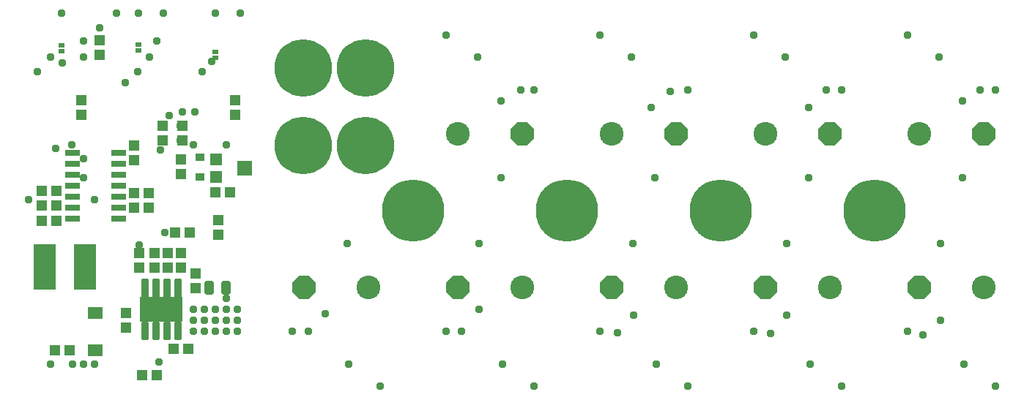
<source format=gbr>
G04 EAGLE Gerber RS-274X export*
G75*
%MOMM*%
%FSLAX34Y34*%
%LPD*%
%INSoldermask Bottom*%
%IPPOS*%
%AMOC8*
5,1,8,0,0,1.08239X$1,22.5*%
G01*
%ADD10R,4.900000X2.950000*%
%ADD11C,0.353406*%
%ADD12C,1.011200*%
%ADD13C,2.743200*%
%ADD14P,2.969212X8X202.500000*%
%ADD15P,2.969212X8X22.500000*%
%ADD16R,1.203200X1.303200*%
%ADD17R,1.303200X1.203200*%
%ADD18R,1.033200X0.833200*%
%ADD19R,1.673200X1.473200*%
%ADD20C,0.643919*%
%ADD21C,7.203200*%
%ADD22R,1.703200X0.803200*%
%ADD23R,2.603200X5.303200*%
%ADD24R,1.403200X1.403200*%
%ADD25R,1.803200X1.703200*%
%ADD26C,6.654800*%
%ADD27R,0.753200X0.503200*%
%ADD28R,0.403200X0.503200*%
%ADD29C,0.959600*%

G36*
X251482Y123663D02*
X251482Y123663D01*
X251484Y123661D01*
X251828Y123688D01*
X251832Y123692D01*
X251836Y123689D01*
X252172Y123770D01*
X252175Y123775D01*
X252179Y123773D01*
X252498Y123905D01*
X252501Y123910D01*
X252505Y123908D01*
X252799Y124088D01*
X252801Y124093D01*
X252805Y124093D01*
X253068Y124317D01*
X253069Y124322D01*
X253074Y124322D01*
X253298Y124585D01*
X253298Y124591D01*
X253302Y124591D01*
X253482Y124885D01*
X253481Y124891D01*
X253486Y124892D01*
X253618Y125211D01*
X253616Y125217D01*
X253620Y125218D01*
X253701Y125554D01*
X253697Y125562D01*
X253702Y125566D01*
X253729Y135710D01*
X253727Y135712D01*
X253729Y135714D01*
X253702Y136058D01*
X253698Y136062D01*
X253701Y136066D01*
X253620Y136402D01*
X253615Y136405D01*
X253618Y136409D01*
X253486Y136728D01*
X253480Y136731D01*
X253482Y136735D01*
X253302Y137029D01*
X253297Y137031D01*
X253298Y137035D01*
X253074Y137298D01*
X253068Y137299D01*
X253068Y137304D01*
X252805Y137528D01*
X252799Y137528D01*
X252799Y137532D01*
X252505Y137712D01*
X252499Y137711D01*
X252498Y137716D01*
X252179Y137848D01*
X252173Y137846D01*
X252172Y137850D01*
X251836Y137931D01*
X251830Y137929D01*
X251828Y137932D01*
X251484Y137959D01*
X251481Y137958D01*
X251480Y137959D01*
X247180Y137959D01*
X247178Y137957D01*
X247176Y137959D01*
X246832Y137932D01*
X246828Y137928D01*
X246824Y137931D01*
X246488Y137850D01*
X246485Y137845D01*
X246481Y137848D01*
X246162Y137716D01*
X246159Y137710D01*
X246155Y137712D01*
X245861Y137532D01*
X245859Y137527D01*
X245855Y137528D01*
X245592Y137304D01*
X245591Y137298D01*
X245587Y137298D01*
X245363Y137035D01*
X245362Y137029D01*
X245358Y137029D01*
X245178Y136735D01*
X245179Y136729D01*
X245175Y136728D01*
X245043Y136409D01*
X245044Y136403D01*
X245040Y136402D01*
X244959Y136066D01*
X244963Y136058D01*
X244958Y136054D01*
X244931Y125910D01*
X244933Y125908D01*
X244931Y125906D01*
X244958Y125562D01*
X244962Y125558D01*
X244959Y125554D01*
X245040Y125218D01*
X245045Y125215D01*
X245043Y125211D01*
X245175Y124892D01*
X245180Y124889D01*
X245178Y124885D01*
X245358Y124591D01*
X245363Y124589D01*
X245363Y124585D01*
X245587Y124322D01*
X245592Y124321D01*
X245592Y124317D01*
X245855Y124093D01*
X245861Y124092D01*
X245861Y124088D01*
X246155Y123908D01*
X246161Y123909D01*
X246162Y123905D01*
X246481Y123773D01*
X246487Y123774D01*
X246488Y123770D01*
X246824Y123689D01*
X246830Y123691D01*
X246832Y123688D01*
X247176Y123661D01*
X247179Y123663D01*
X247180Y123661D01*
X251480Y123661D01*
X251482Y123663D01*
G37*
G36*
X270982Y123663D02*
X270982Y123663D01*
X270984Y123661D01*
X271328Y123688D01*
X271332Y123692D01*
X271336Y123689D01*
X271672Y123770D01*
X271675Y123775D01*
X271679Y123773D01*
X271998Y123905D01*
X272001Y123910D01*
X272005Y123908D01*
X272299Y124088D01*
X272301Y124093D01*
X272305Y124093D01*
X272568Y124317D01*
X272569Y124322D01*
X272574Y124322D01*
X272798Y124585D01*
X272798Y124591D01*
X272802Y124591D01*
X272982Y124885D01*
X272981Y124891D01*
X272986Y124892D01*
X273118Y125211D01*
X273116Y125217D01*
X273120Y125218D01*
X273201Y125554D01*
X273197Y125562D01*
X273202Y125566D01*
X273229Y135710D01*
X273227Y135712D01*
X273229Y135714D01*
X273202Y136058D01*
X273198Y136062D01*
X273201Y136066D01*
X273120Y136402D01*
X273115Y136405D01*
X273118Y136409D01*
X272986Y136728D01*
X272980Y136731D01*
X272982Y136735D01*
X272802Y137029D01*
X272797Y137031D01*
X272798Y137035D01*
X272574Y137298D01*
X272568Y137299D01*
X272568Y137304D01*
X272305Y137528D01*
X272299Y137528D01*
X272299Y137532D01*
X272005Y137712D01*
X271999Y137711D01*
X271998Y137716D01*
X271679Y137848D01*
X271673Y137846D01*
X271672Y137850D01*
X271336Y137931D01*
X271330Y137929D01*
X271328Y137932D01*
X270984Y137959D01*
X270981Y137958D01*
X270980Y137959D01*
X266680Y137959D01*
X266678Y137957D01*
X266676Y137959D01*
X266332Y137932D01*
X266328Y137928D01*
X266324Y137931D01*
X265988Y137850D01*
X265985Y137845D01*
X265981Y137848D01*
X265662Y137716D01*
X265659Y137710D01*
X265655Y137712D01*
X265361Y137532D01*
X265359Y137527D01*
X265355Y137528D01*
X265092Y137304D01*
X265091Y137298D01*
X265087Y137298D01*
X264863Y137035D01*
X264862Y137029D01*
X264858Y137029D01*
X264678Y136735D01*
X264679Y136729D01*
X264675Y136728D01*
X264543Y136409D01*
X264544Y136403D01*
X264540Y136402D01*
X264459Y136066D01*
X264463Y136058D01*
X264458Y136054D01*
X264431Y125910D01*
X264433Y125908D01*
X264431Y125906D01*
X264458Y125562D01*
X264462Y125558D01*
X264459Y125554D01*
X264540Y125218D01*
X264545Y125215D01*
X264543Y125211D01*
X264675Y124892D01*
X264680Y124889D01*
X264678Y124885D01*
X264858Y124591D01*
X264863Y124589D01*
X264863Y124585D01*
X265087Y124322D01*
X265092Y124321D01*
X265092Y124317D01*
X265355Y124093D01*
X265361Y124092D01*
X265361Y124088D01*
X265655Y123908D01*
X265661Y123909D01*
X265662Y123905D01*
X265981Y123773D01*
X265987Y123774D01*
X265988Y123770D01*
X266324Y123689D01*
X266330Y123691D01*
X266332Y123688D01*
X266676Y123661D01*
X266679Y123663D01*
X266680Y123661D01*
X270980Y123661D01*
X270982Y123663D01*
G37*
D10*
X194310Y105410D03*
D11*
X173011Y121061D02*
X173011Y139259D01*
X177509Y139259D01*
X177509Y121061D01*
X173011Y121061D01*
X173011Y124418D02*
X177509Y124418D01*
X177509Y127775D02*
X173011Y127775D01*
X173011Y131132D02*
X177509Y131132D01*
X177509Y134489D02*
X173011Y134489D01*
X173011Y137846D02*
X177509Y137846D01*
X185711Y139259D02*
X185711Y121061D01*
X185711Y139259D02*
X190209Y139259D01*
X190209Y121061D01*
X185711Y121061D01*
X185711Y124418D02*
X190209Y124418D01*
X190209Y127775D02*
X185711Y127775D01*
X185711Y131132D02*
X190209Y131132D01*
X190209Y134489D02*
X185711Y134489D01*
X185711Y137846D02*
X190209Y137846D01*
X198411Y139259D02*
X198411Y121061D01*
X198411Y139259D02*
X202909Y139259D01*
X202909Y121061D01*
X198411Y121061D01*
X198411Y124418D02*
X202909Y124418D01*
X202909Y127775D02*
X198411Y127775D01*
X198411Y131132D02*
X202909Y131132D01*
X202909Y134489D02*
X198411Y134489D01*
X198411Y137846D02*
X202909Y137846D01*
X211111Y139259D02*
X211111Y121061D01*
X211111Y139259D02*
X215609Y139259D01*
X215609Y121061D01*
X211111Y121061D01*
X211111Y124418D02*
X215609Y124418D01*
X215609Y127775D02*
X211111Y127775D01*
X211111Y131132D02*
X215609Y131132D01*
X215609Y134489D02*
X211111Y134489D01*
X211111Y137846D02*
X215609Y137846D01*
X211111Y89759D02*
X211111Y71561D01*
X211111Y89759D02*
X215609Y89759D01*
X215609Y71561D01*
X211111Y71561D01*
X211111Y74918D02*
X215609Y74918D01*
X215609Y78275D02*
X211111Y78275D01*
X211111Y81632D02*
X215609Y81632D01*
X215609Y84989D02*
X211111Y84989D01*
X211111Y88346D02*
X215609Y88346D01*
X198411Y89759D02*
X198411Y71561D01*
X198411Y89759D02*
X202909Y89759D01*
X202909Y71561D01*
X198411Y71561D01*
X198411Y74918D02*
X202909Y74918D01*
X202909Y78275D02*
X198411Y78275D01*
X198411Y81632D02*
X202909Y81632D01*
X202909Y84989D02*
X198411Y84989D01*
X198411Y88346D02*
X202909Y88346D01*
X185711Y89759D02*
X185711Y71561D01*
X185711Y89759D02*
X190209Y89759D01*
X190209Y71561D01*
X185711Y71561D01*
X185711Y74918D02*
X190209Y74918D01*
X190209Y78275D02*
X185711Y78275D01*
X185711Y81632D02*
X190209Y81632D01*
X190209Y84989D02*
X185711Y84989D01*
X185711Y88346D02*
X190209Y88346D01*
X173011Y89759D02*
X173011Y71561D01*
X173011Y89759D02*
X177509Y89759D01*
X177509Y71561D01*
X173011Y71561D01*
X173011Y74918D02*
X177509Y74918D01*
X177509Y78275D02*
X173011Y78275D01*
X173011Y81632D02*
X177509Y81632D01*
X177509Y84989D02*
X173011Y84989D01*
X173011Y88346D02*
X177509Y88346D01*
D12*
X194310Y98910D03*
X194310Y111910D03*
X181310Y111910D03*
X181310Y98910D03*
X207310Y98910D03*
X207310Y111910D03*
D13*
X611540Y130810D03*
D14*
X536540Y130810D03*
D13*
X1069940Y308610D03*
D15*
X1144940Y308610D03*
D13*
X892140Y308610D03*
D15*
X967140Y308610D03*
D13*
X714340Y308610D03*
D15*
X789340Y308610D03*
D13*
X536540Y308610D03*
D15*
X611540Y308610D03*
D16*
X217170Y262010D03*
X217170Y279010D03*
X153670Y84210D03*
X153670Y101210D03*
D17*
X71510Y58420D03*
X88510Y58420D03*
D16*
X201930Y154060D03*
X201930Y171060D03*
D17*
X188840Y29210D03*
X171840Y29210D03*
X209940Y194310D03*
X226940Y194310D03*
D13*
X433740Y130810D03*
D14*
X358740Y130810D03*
D13*
X789340Y130810D03*
D14*
X714340Y130810D03*
D13*
X967140Y130810D03*
D14*
X892140Y130810D03*
D13*
X1144940Y130810D03*
D14*
X1069940Y130810D03*
D18*
X238760Y259010D03*
X238760Y282010D03*
D19*
X118110Y58510D03*
X118110Y101510D03*
D17*
X73270Y242570D03*
X56270Y242570D03*
D16*
X123190Y400440D03*
X123190Y417440D03*
D17*
X162950Y240030D03*
X179950Y240030D03*
X162950Y223520D03*
X179950Y223520D03*
X73270Y208280D03*
X56270Y208280D03*
X73270Y226060D03*
X56270Y226060D03*
D16*
X162560Y278520D03*
X162560Y295520D03*
X218440Y318380D03*
X218440Y301380D03*
X101600Y347590D03*
X101600Y330590D03*
X195580Y301380D03*
X195580Y318380D03*
X279400Y347590D03*
X279400Y330590D03*
D17*
X273930Y241300D03*
X256930Y241300D03*
D16*
X233680Y146930D03*
X233680Y129930D03*
X168910Y154060D03*
X168910Y171060D03*
X186690Y171060D03*
X186690Y154060D03*
D17*
X225670Y59690D03*
X208670Y59690D03*
D16*
X217170Y154060D03*
X217170Y171060D03*
D20*
X247183Y135707D02*
X251477Y135707D01*
X251477Y125913D01*
X247183Y125913D01*
X247183Y135707D01*
X247183Y132030D02*
X251477Y132030D01*
X266683Y125913D02*
X270977Y125913D01*
X266683Y125913D02*
X266683Y135707D01*
X270977Y135707D01*
X270977Y125913D01*
X270977Y132030D02*
X266683Y132030D01*
D21*
X840740Y219710D03*
X1018540Y219710D03*
X485140Y219710D03*
X662940Y219710D03*
D22*
X145110Y248920D03*
X145110Y261620D03*
X145110Y274320D03*
X145110Y236220D03*
X145110Y223520D03*
X145110Y210820D03*
X145110Y287020D03*
X91110Y287020D03*
X91110Y274320D03*
X91110Y261620D03*
X91110Y248920D03*
X91110Y236220D03*
X91110Y223520D03*
X91110Y210820D03*
D23*
X106050Y154940D03*
X59050Y154940D03*
D24*
X257340Y259240D03*
D25*
X290590Y269240D03*
D24*
X257340Y279240D03*
D16*
X260350Y192160D03*
X260350Y209160D03*
D26*
X430140Y385200D03*
X358140Y385200D03*
X430140Y295030D03*
X358140Y295030D03*
D27*
X78740Y410920D03*
D28*
X76990Y404420D03*
X80490Y404420D03*
D27*
X167640Y412190D03*
D28*
X165890Y405690D03*
X169390Y405690D03*
D27*
X256540Y403300D03*
D28*
X254790Y396800D03*
X258290Y396800D03*
D29*
X363876Y80010D03*
X410476Y41910D03*
X447040Y16510D03*
X383540Y100330D03*
X345440Y80010D03*
X408940Y181610D03*
X588276Y41910D03*
X541020Y80010D03*
X624840Y16510D03*
X561340Y105410D03*
X561340Y181610D03*
X523240Y80010D03*
X721360Y78740D03*
X766076Y41910D03*
X802640Y16510D03*
X740410Y99060D03*
X898546Y77470D03*
X943876Y41910D03*
X980440Y16510D03*
X916940Y99060D03*
X878840Y80010D03*
X916940Y181610D03*
X1074420Y76200D03*
X1121676Y41910D03*
X1158240Y16510D03*
X1094740Y92710D03*
X1056640Y80010D03*
X1094740Y181610D03*
X1140460Y359410D03*
X1093204Y397510D03*
X1056640Y422910D03*
X1120140Y346710D03*
X1158240Y359410D03*
X1120140Y257810D03*
X915404Y397510D03*
X962660Y359410D03*
X878840Y422910D03*
X942340Y339090D03*
X942340Y257810D03*
X980440Y359410D03*
X737604Y397510D03*
X782320Y358140D03*
X701040Y422910D03*
X760730Y339090D03*
X802640Y359410D03*
X764540Y257810D03*
X168910Y180340D03*
X191770Y44450D03*
X273930Y241300D03*
X609600Y359410D03*
X559804Y397510D03*
X523240Y422910D03*
X586740Y346710D03*
X624840Y359410D03*
X586740Y257810D03*
X701040Y80010D03*
X739140Y181610D03*
X90480Y295910D03*
X116840Y232410D03*
X78740Y448310D03*
X71910Y292100D03*
X167640Y448310D03*
X203200Y330200D03*
X256540Y448310D03*
X241300Y381000D03*
X216234Y318380D03*
X104140Y280190D03*
X216234Y301380D03*
X269240Y118110D03*
X66040Y41910D03*
X79772Y390680D03*
X252693Y392393D03*
X166672Y381000D03*
X152400Y368300D03*
X50800Y381000D03*
X104140Y257810D03*
X231140Y295910D03*
X104140Y416804D03*
X104140Y397510D03*
X180340Y397510D03*
X189196Y416780D03*
X66040Y397510D03*
X285750Y448310D03*
X196850Y448310D03*
X123190Y431800D03*
X193040Y290574D03*
X269240Y295910D03*
X179950Y240030D03*
X179950Y223520D03*
X233116Y334010D03*
X218440Y334010D03*
X56270Y208280D03*
X40640Y232410D03*
X142240Y448310D03*
X198120Y194310D03*
X201930Y154060D03*
X231140Y105410D03*
X243840Y105410D03*
X256540Y105410D03*
X269240Y105410D03*
X281940Y105410D03*
X281940Y92710D03*
X269240Y92710D03*
X256540Y92710D03*
X243840Y92710D03*
X231140Y92710D03*
X231140Y80010D03*
X243840Y80010D03*
X256540Y80010D03*
X269240Y80010D03*
X281940Y80010D03*
X91440Y41910D03*
X104140Y41910D03*
X116840Y41910D03*
M02*

</source>
